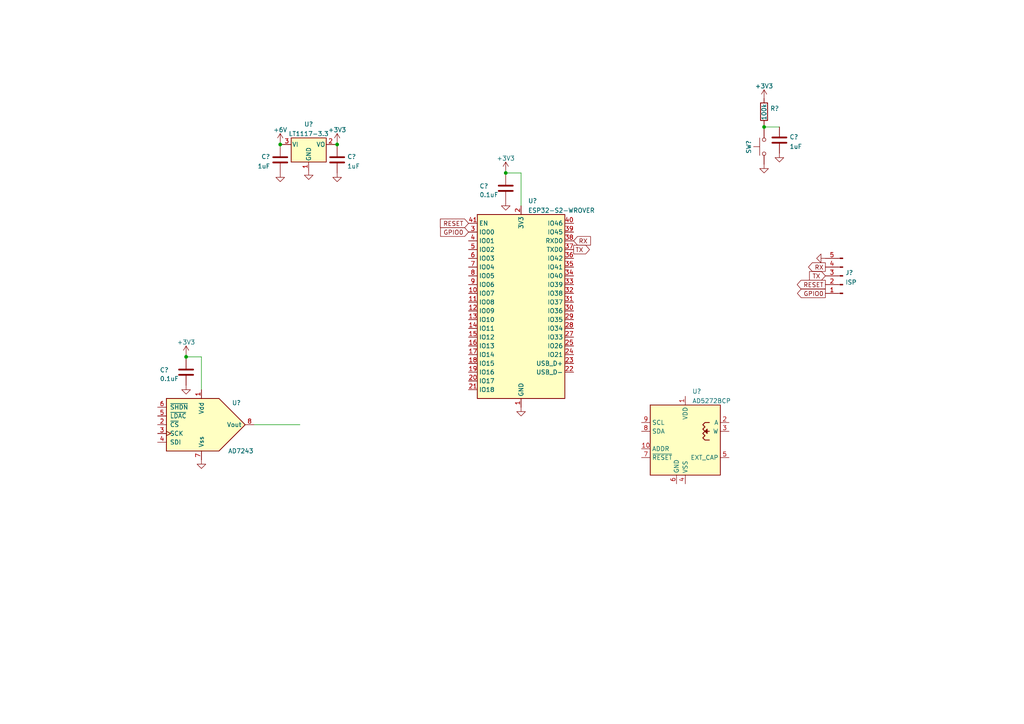
<source format=kicad_sch>
(kicad_sch (version 20211123) (generator eeschema)
  (paper "A4")
  (lib_symbols
    (symbol "Analog_DAC:MCP4821" (pin_names (offset 1.016))
      (property "Reference" "U" (at 1.27 10.795 0))
      (property "Value" "MCP4821" (at 1.27 8.89 0))
      (symbol "MCP4821_0_0"
        (polyline (pts (xy 12.7 0) (xy 5.08 7.62) (xy -10.16 7.62) (xy -10.16 -7.62) (xy 5.08 -7.62) (xy 12.7 0)) (stroke (width 0.254)) (fill (type background)))
      )
      (symbol "MCP4821_1_1"
        (pin power_in line (at 0 10.16 270) (length 2.54) (name "Vdd") (number "1"))
        (pin input line (at -12.7 0 0) (length 2.54) (name "~{CS}") (number "2"))
        (pin input clock (at -12.7 -2.54 0) (length 2.54) (name "SCK") (number "3"))
        (pin input line (at -12.7 -5.08 0) (length 2.54) (name "SDI") (number "4"))
        (pin input line (at -12.7 2.54 0) (length 2.54) (name "~{LDAC}") (number "5"))
        (pin input line (at -12.7 5.08 0) (length 2.54) (name "~{SHDN}") (number "6"))
        (pin power_in line (at 0 -10.16 90) (length 2.54) (name "Vss") (number "7"))
        (pin output line (at 15.24 0 180) (length 2.54) (name "Vout") (number "8"))
      )
    )
    (symbol "Connector:Conn_01x05_Male" (pin_names (offset 1.016) hide)
      (property "Reference" "J" (at 0 7.62 0))
      (property "Value" "Conn_01x05_Male" (at 0 -7.62 0))
      (symbol "Conn_01x05_Male_1_1"
        (polyline (pts (xy 1.27 -5.08) (xy 0.8636 -5.08)) (stroke (width 0.1524)))
        (polyline (pts (xy 1.27 -2.54) (xy 0.8636 -2.54)) (stroke (width 0.1524)))
        (polyline (pts (xy 1.27 0) (xy 0.8636 0)) (stroke (width 0.1524)))
        (polyline (pts (xy 1.27 2.54) (xy 0.8636 2.54)) (stroke (width 0.1524)))
        (polyline (pts (xy 1.27 5.08) (xy 0.8636 5.08)) (stroke (width 0.1524)))
        (rectangle (start 0.8636 -4.953) (end 0 -5.207) (stroke (width 0.1524)) (fill (type outline)))
        (rectangle (start 0.8636 -2.413) (end 0 -2.667) (stroke (width 0.1524)) (fill (type outline)))
        (rectangle (start 0.8636 0.127) (end 0 -0.127) (stroke (width 0.1524)) (fill (type outline)))
        (rectangle (start 0.8636 2.667) (end 0 2.413) (stroke (width 0.1524)) (fill (type outline)))
        (rectangle (start 0.8636 5.207) (end 0 4.953) (stroke (width 0.1524)) (fill (type outline)))
        (pin passive line (at 5.08 5.08 180) (length 3.81) (name "Pin_1") (number "1"))
        (pin passive line (at 5.08 2.54 180) (length 3.81) (name "Pin_2") (number "2"))
        (pin passive line (at 5.08 0 180) (length 3.81) (name "Pin_3") (number "3"))
        (pin passive line (at 5.08 -2.54 180) (length 3.81) (name "Pin_4") (number "4"))
        (pin passive line (at 5.08 -5.08 180) (length 3.81) (name "Pin_5") (number "5"))
      )
    )
    (symbol "Device:C" (pin_numbers hide) (pin_names (offset 0.254))
      (property "Reference" "C" (at 0.635 2.54 0))
      (property "Value" "C" (at 0.635 -2.54 0))
      (symbol "C_0_1"
        (polyline (pts (xy -2.032 -0.762) (xy 2.032 -0.762)) (stroke (width 0.508)))
        (polyline (pts (xy -2.032 0.762) (xy 2.032 0.762)) (stroke (width 0.508)))
      )
      (symbol "C_1_1"
        (pin passive line (at 0 3.81 270) (length 2.794) (name "~") (number "1"))
        (pin passive line (at 0 -3.81 90) (length 2.794) (name "~") (number "2"))
      )
    )
    (symbol "Device:R" (pin_numbers hide) (pin_names (offset 0))
      (property "Reference" "R" (at 2.032 0 90))
      (property "Value" "R" (at 0 0 90))
      (symbol "R_0_1"
        (rectangle (start -1.016 -2.54) (end 1.016 2.54) (stroke (width 0.254)))
      )
      (symbol "R_1_1"
        (pin passive line (at 0 3.81 270) (length 1.27) (name "~") (number "1"))
        (pin passive line (at 0 -3.81 90) (length 1.27) (name "~") (number "2"))
      )
    )
    (symbol "Potentiometer_Digital:AD5272BCP"
      (property "Reference" "U" (at -10.16 11.43 0))
      (property "Value" "AD5272BCP" (at 2.54 11.43 0))
      (symbol "AD5272BCP_0_1"
        (rectangle (start -10.16 10.16) (end 10.16 -10.16) (stroke (width 0.254)) (fill (type background)))
        (polyline (pts (xy 6.985 2.54) (xy 6.35 2.54) (xy 5.715 2.54) (xy 6.35 3.175) (xy 6.35 1.905) (xy 5.715 2.54)) (stroke (width 0.254)) (fill (type outline)))
        (polyline (pts (xy 6.985 5.08) (xy 5.715 5.08) (xy 5.08 4.445) (xy 5.715 3.81) (xy 5.08 3.175) (xy 5.715 2.54) (xy 5.08 1.905) (xy 5.715 1.27) (xy 5.08 0.635) (xy 5.715 0) (xy 6.985 0)) (stroke (width 0.254)))
      )
      (symbol "AD5272BCP_1_1"
        (pin power_in line (at 0 12.7 270) (length 2.54) (name "VDD") (number "1"))
        (pin passive line (at -12.7 -2.54 0) (length 2.54) (name "ADDR") (number "10"))
        (pin passive line (at 0 -12.7 90) (length 2.54) hide (name "VSS") (number "11"))
        (pin passive line (at 12.7 5.08 180) (length 2.54) (name "A") (number "2"))
        (pin passive line (at 12.7 2.54 180) (length 2.54) (name "W") (number "3"))
        (pin power_in line (at 0 -12.7 90) (length 2.54) (name "VSS") (number "4"))
        (pin passive line (at 12.7 -5.08 180) (length 2.54) (name "EXT_CAP") (number "5"))
        (pin power_in line (at -2.54 -12.7 90) (length 2.54) (name "GND") (number "6"))
        (pin input line (at -12.7 -5.08 0) (length 2.54) (name "~{RESET}") (number "7"))
        (pin bidirectional line (at -12.7 2.54 0) (length 2.54) (name "SDA") (number "8"))
        (pin input line (at -12.7 5.08 0) (length 2.54) (name "SCL") (number "9"))
      )
    )
    (symbol "RF_Module:ESP32-S2-WROVER"
      (property "Reference" "U" (at -12.7 29.21 0))
      (property "Value" "ESP32-S2-WROVER" (at 2.54 29.21 0))
      (symbol "ESP32-S2-WROVER_0_1"
        (rectangle (start -12.7 27.94) (end 12.7 -25.4) (stroke (width 0.254)) (fill (type background)))
      )
      (symbol "ESP32-S2-WROVER_1_1"
        (pin power_in line (at 0 -27.94 90) (length 2.54) (name "GND") (number "1"))
        (pin bidirectional line (at -15.24 5.08 0) (length 2.54) (name "IO07") (number "10"))
        (pin bidirectional line (at -15.24 2.54 0) (length 2.54) (name "IO08") (number "11"))
        (pin bidirectional line (at -15.24 0 0) (length 2.54) (name "IO09") (number "12"))
        (pin bidirectional line (at -15.24 -2.54 0) (length 2.54) (name "IO10") (number "13"))
        (pin bidirectional line (at -15.24 -5.08 0) (length 2.54) (name "IO11") (number "14"))
        (pin bidirectional line (at -15.24 -7.62 0) (length 2.54) (name "IO12") (number "15"))
        (pin bidirectional line (at -15.24 -10.16 0) (length 2.54) (name "IO13") (number "16"))
        (pin bidirectional line (at -15.24 -12.7 0) (length 2.54) (name "IO14") (number "17"))
        (pin bidirectional line (at -15.24 -15.24 0) (length 2.54) (name "IO15") (number "18"))
        (pin bidirectional line (at -15.24 -17.78 0) (length 2.54) (name "IO16") (number "19"))
        (pin power_in line (at 0 30.48 270) (length 2.54) (name "3V3") (number "2"))
        (pin bidirectional line (at -15.24 -20.32 0) (length 2.54) (name "IO17") (number "20"))
        (pin bidirectional line (at -15.24 -22.86 0) (length 2.54) (name "IO18") (number "21"))
        (pin bidirectional line (at 15.24 -17.78 180) (length 2.54) (name "USB_D-") (number "22"))
        (pin bidirectional line (at 15.24 -15.24 180) (length 2.54) (name "USB_D+") (number "23"))
        (pin bidirectional line (at 15.24 -12.7 180) (length 2.54) (name "IO21") (number "24"))
        (pin bidirectional line (at 15.24 -10.16 180) (length 2.54) (name "IO26") (number "25"))
        (pin passive line (at 0 -27.94 90) (length 2.54) hide (name "GND") (number "26"))
        (pin bidirectional line (at 15.24 -7.62 180) (length 2.54) (name "IO33") (number "27"))
        (pin bidirectional line (at 15.24 -5.08 180) (length 2.54) (name "IO34") (number "28"))
        (pin bidirectional line (at 15.24 -2.54 180) (length 2.54) (name "IO35") (number "29"))
        (pin bidirectional line (at -15.24 22.86 0) (length 2.54) (name "IO00") (number "3"))
        (pin bidirectional line (at 15.24 0 180) (length 2.54) (name "IO36") (number "30"))
        (pin bidirectional line (at 15.24 2.54 180) (length 2.54) (name "IO37") (number "31"))
        (pin bidirectional line (at 15.24 5.08 180) (length 2.54) (name "IO38") (number "32"))
        (pin bidirectional line (at 15.24 7.62 180) (length 2.54) (name "IO39") (number "33"))
        (pin bidirectional line (at 15.24 10.16 180) (length 2.54) (name "IO40") (number "34"))
        (pin bidirectional line (at 15.24 12.7 180) (length 2.54) (name "IO41") (number "35"))
        (pin bidirectional line (at 15.24 15.24 180) (length 2.54) (name "IO42") (number "36"))
        (pin bidirectional line (at 15.24 17.78 180) (length 2.54) (name "TXD0") (number "37"))
        (pin bidirectional line (at 15.24 20.32 180) (length 2.54) (name "RXD0") (number "38"))
        (pin bidirectional line (at 15.24 22.86 180) (length 2.54) (name "IO45") (number "39"))
        (pin bidirectional line (at -15.24 20.32 0) (length 2.54) (name "IO01") (number "4"))
        (pin input line (at 15.24 25.4 180) (length 2.54) (name "IO46") (number "40"))
        (pin input line (at -15.24 25.4 0) (length 2.54) (name "EN") (number "41"))
        (pin passive line (at 0 -27.94 90) (length 2.54) hide (name "GND") (number "42"))
        (pin passive line (at 0 -27.94 90) (length 2.54) hide (name "GND") (number "43"))
        (pin bidirectional line (at -15.24 17.78 0) (length 2.54) (name "IO02") (number "5"))
        (pin bidirectional line (at -15.24 15.24 0) (length 2.54) (name "IO03") (number "6"))
        (pin bidirectional line (at -15.24 12.7 0) (length 2.54) (name "IO04") (number "7"))
        (pin bidirectional line (at -15.24 10.16 0) (length 2.54) (name "IO05") (number "8"))
        (pin bidirectional line (at -15.24 7.62 0) (length 2.54) (name "IO06") (number "9"))
      )
    )
    (symbol "Regulator_Linear:LT1117-3.3" (pin_names (offset 0.254))
      (property "Reference" "U" (at -3.81 3.175 0))
      (property "Value" "LT1117-3.3" (at 0 3.175 0))
      (symbol "LT1117-3.3_0_1"
        (rectangle (start -5.08 -5.08) (end 5.08 1.905) (stroke (width 0.254)) (fill (type background)))
      )
      (symbol "LT1117-3.3_1_1"
        (pin power_in line (at 0 -7.62 90) (length 2.54) (name "GND") (number "1"))
        (pin power_out line (at 7.62 0 180) (length 2.54) (name "VO") (number "2"))
        (pin power_in line (at -7.62 0 0) (length 2.54) (name "VI") (number "3"))
      )
    )
    (symbol "Switch:SW_Push" (pin_numbers hide) (pin_names (offset 1.016) hide)
      (property "Reference" "SW" (at 1.27 2.54 0))
      (property "Value" "SW_Push" (at 0 -1.524 0))
      (symbol "SW_Push_0_1"
        (circle (center -2.032 0) (radius 0.508))
        (polyline (pts (xy 0 1.27) (xy 0 3.048)))
        (polyline (pts (xy 2.54 1.27) (xy -2.54 1.27)))
        (circle (center 2.032 0) (radius 0.508))
        (pin passive line (at -5.08 0 0) (length 2.54) (name "1") (number "1"))
        (pin passive line (at 5.08 0 180) (length 2.54) (name "2") (number "2"))
      )
    )
    (symbol "power:+3.3V" (power) (pin_names (offset 0))
      (property "Value" "+3.3V" (at 0 3.556 0))
      (symbol "+3.3V_0_1"
        (polyline (pts (xy -0.762 1.27) (xy 0 2.54)))
        (polyline (pts (xy 0 0) (xy 0 2.54)))
        (polyline (pts (xy 0 2.54) (xy 0.762 1.27)))
      )
      (symbol "+3.3V_1_1"
        (pin power_in line (at 0 0 90) (length 0) hide (name "+3V3") (number "1"))
      )
    )
    (symbol "power:+6V" (power) (pin_names (offset 0))
      (property "Value" "+6V" (at 0 3.556 0))
      (symbol "+6V_0_1"
        (polyline (pts (xy -0.762 1.27) (xy 0 2.54)))
        (polyline (pts (xy 0 0) (xy 0 2.54)))
        (polyline (pts (xy 0 2.54) (xy 0.762 1.27)))
      )
      (symbol "+6V_1_1"
        (pin power_in line (at 0 0 90) (length 0) hide (name "+6V") (number "1"))
      )
    )
    (symbol "power:GND" (power) (pin_names (offset 0))
      (property "Value" "GND" (at 0 -3.81 0))
      (symbol "GND_0_1"
        (polyline (pts (xy 0 0) (xy 0 -1.27) (xy 1.27 -1.27) (xy 0 -2.54) (xy -1.27 -1.27) (xy 0 -1.27)))
      )
      (symbol "GND_1_1"
        (pin power_in line (at 0 0 270) (length 0) hide (name "GND") (number "1"))
      )
    )
  )
  (junction (at 53.975 103.505))
  (junction (at 221.615 36.83))
  (junction (at 146.685 50.165))
  (junction (at 97.79 41.91))
  (junction (at 81.28 41.91))
  (wire (pts (xy 151.13 50.165) (xy 151.13 59.69)))
  (wire (pts (xy 97.79 41.275) (xy 97.79 41.91)))
  (wire (pts (xy 221.615 36.83) (xy 226.06 36.83)))
  (wire (pts (xy 53.975 102.87) (xy 53.975 103.505)))
  (wire (pts (xy 58.42 103.505) (xy 58.42 113.03)))
  (wire (pts (xy 81.915 41.91) (xy 81.28 41.91)))
  (wire (pts (xy 146.685 50.165) (xy 146.685 50.8)))
  (wire (pts (xy 97.155 41.91) (xy 97.79 41.91)))
  (wire (pts (xy 146.685 49.53) (xy 146.685 50.165)))
  (wire (pts (xy 221.615 36.195) (xy 221.615 36.83)))
  (wire (pts (xy 81.28 41.275) (xy 81.28 41.91)))
  (wire (pts (xy 73.66 123.19) (xy 86.995 123.19)))
  (wire (pts (xy 53.975 103.505) (xy 53.975 104.14)))
  (wire (pts (xy 53.975 103.505) (xy 58.42 103.505)))
  (wire (pts (xy 97.79 41.91) (xy 97.79 42.545)))
  (wire (pts (xy 81.28 41.91) (xy 81.28 42.545)))
  (wire (pts (xy 146.685 50.165) (xy 151.13 50.165)))
  (wire (pts (xy 221.615 36.83) (xy 221.615 37.465)))
  (global_label "TX" (shape output) (at 166.37 72.39 0) (property "Intersheet References" "${INTERSHEET_REFS}" (effects hide)))
  (global_label "TX" (shape input) (at 239.395 80.01 180) (property "Intersheet References" "${INTERSHEET_REFS}" (effects hide)))
  (global_label "RX" (shape output) (at 239.395 77.47 180) (property "Intersheet References" "${INTERSHEET_REFS}" (effects hide)))
  (global_label "RX" (shape input) (at 166.37 69.85 0) (property "Intersheet References" "${INTERSHEET_REFS}" (effects hide)))
  (global_label "GPIO0" (shape input) (at 135.89 67.31 180) (property "Intersheet References" "${INTERSHEET_REFS}" (effects hide)))
  (global_label "GPIO0" (shape output) (at 239.395 85.09 180) (property "Intersheet References" "${INTERSHEET_REFS}" (effects hide)))
  (global_label "RESET" (shape input) (at 135.89 64.77 180) (property "Intersheet References" "${INTERSHEET_REFS}" (effects hide)))
  (global_label "RESET" (shape output) (at 239.395 82.55 180) (property "Intersheet References" "${INTERSHEET_REFS}" (effects hide)))
  (symbol (lib_id "Regulator_Linear:LT1117-3.3") (at 89.535 41.91 0) (unit 1)
    (property "Reference" "U?" (at 89.535 36.0385 0))
    (property "Value" "LT1117-3.3" (at 89.535 38.8136 0))
    (property "Datasheet" "https://www.analog.com/media/en/technical-documentation/data-sheets/1117fd.pdf" (effects hide))
  )
  (symbol (lib_id "power:GND") (at 221.615 47.625 0) (unit 1)
    (property "Reference" "#PWR?" (effects hide))
    (property "Value" "GND" (effects hide))
  )
  (symbol (lib_id "power:GND") (at 146.685 58.42 0) (mirror y) (unit 1)
    (property "Reference" "#PWR?" (effects hide))
    (property "Value" "GND" (effects hide))
  )
  (symbol (lib_id "Device:C") (at 226.06 40.64 0) (unit 1)
    (property "Reference" "C?" (at 228.981 39.7315 0) (effects (justify left)))
    (property "Value" "1uF" (at 228.981 42.5066 0) (effects (justify left)))
  )
  (symbol (lib_id "Connector:Conn_01x05_Male") (at 244.475 80.01 180) (unit 1)
    (property "Reference" "J?" (at 245.1862 79.1015 0) (effects (justify right)))
    (property "Value" "ISP" (at 245.1862 81.8766 0) (effects (justify right)))
  )
  (symbol (lib_id "power:GND") (at 53.975 111.76 0) (mirror y) (unit 1)
    (property "Reference" "#PWR?" (effects hide))
    (property "Value" "GND" (effects hide))
  )
  (symbol (lib_id "power:GND") (at 58.42 133.35 0) (unit 1)
    (property "Reference" "#PWR?" (effects hide))
    (property "Value" "GND" (effects hide))
  )
  (symbol (lib_id "power:GND") (at 151.13 118.11 0) (unit 1)
    (property "Reference" "#PWR?" (effects hide))
    (property "Value" "GND" (effects hide))
  )
  (symbol (lib_id "power:GND") (at 97.79 50.165 0) (unit 1)
    (property "Reference" "#PWR?" (effects hide))
    (property "Value" "GND" (effects hide))
  )
  (symbol (lib_id "Potentiometer_Digital:AD5272BCP") (at 198.755 127.635 0) (unit 1)
    (property "Reference" "U?" (at 200.7744 113.5085 0) (effects (justify left)))
    (property "Value" "AD5272BCP" (at 200.7744 116.2836 0) (effects (justify left)))
    (property "Footprint" "Package_CSP:LFCSP-WD-10-1EP_3x3mm_P0.5mm_EP1.64x2.38mm" (effects hide))
    (property "Datasheet" "https://www.analog.com/media/en/technical-documentation/data-sheets/AD5272_5274.pdf" (effects hide))
  )
  (symbol (lib_id "Switch:SW_Push") (at 221.615 42.545 90) (unit 1)
    (property "Reference" "SW?" (at 217.17 40.64 0) (effects (justify right)))
    (property "Value" "SW_Push" (effects hide))
  )
  (symbol (lib_id "Device:C") (at 81.28 46.355 0) (mirror x) (unit 1)
    (property "Reference" "C?" (at 78.3591 45.4465 0) (effects (justify right)))
    (property "Value" "1uF" (at 78.3591 48.2216 0) (effects (justify right)))
  )
  (symbol (lib_id "RF_Module:ESP32-S2-WROVER") (at 151.13 90.17 0) (unit 1)
    (property "Reference" "U?" (at 153.1494 58.2635 0) (effects (justify left)))
    (property "Value" "ESP32-S2-WROVER" (at 153.1494 61.0386 0) (effects (justify left)))
    (property "Footprint" "RF_Module:ESP32-S2-WROVER" (effects hide))
    (property "Datasheet" "https://www.espressif.com/sites/default/files/documentation/esp32-s2-wroom_esp32-s2-wroom-i_datasheet_en.pdf" (effects hide))
  )
  (symbol (lib_id "power:GND") (at 81.28 50.165 0) (unit 1)
    (property "Reference" "#PWR?" (effects hide))
    (property "Value" "GND" (effects hide))
  )
  (symbol (lib_id "power:GND") (at 89.535 49.53 0) (unit 1)
    (property "Reference" "#PWR?" (effects hide))
    (property "Value" "GND" (effects hide))
  )
  (symbol (lib_id "power:+3.3V") (at 53.975 102.87 0) (unit 1)
    (property "Reference" "#PWR?" (effects hide))
    (property "Value" "+3.3V" (at 53.975 99.2655 0))
  )
  (symbol (lib_id "Device:C") (at 97.79 46.355 0) (unit 1)
    (property "Reference" "C?" (at 100.711 45.4465 0) (effects (justify left)))
    (property "Value" "1uF" (at 100.711 48.2216 0) (effects (justify left)))
  )
  (symbol (lib_id "power:+3.3V") (at 146.685 49.53 0) (unit 1)
    (property "Reference" "#PWR?" (effects hide))
    (property "Value" "+3.3V" (at 146.685 45.9255 0))
  )
  (symbol (lib_id "Device:C") (at 146.685 54.61 0) (unit 1)
    (property "Reference" "C?" (at 139.065 53.975 0) (effects (justify left)))
    (property "Value" "0.1uF" (at 139.065 56.515 0) (effects (justify left)))
  )
  (symbol (lib_id "Device:R") (at 221.615 32.385 0) (unit 1)
    (property "Reference" "R?" (at 223.393 31.4765 0) (effects (justify left)))
    (property "Value" "100k" (at 221.615 34.925 90) (effects (justify left)))
  )
  (symbol (lib_id "Analog_DAC:MCP4821") (at 58.42 123.19 0) (unit 1)
    (property "Reference" "U?" (at 68.58 116.84 0))
    (property "Value" "AD7243" (at 69.85 130.81 0))
    (property "Datasheet" "http://ww1.microchip.com/downloads/en/DeviceDoc/22244B.pdf" (effects hide))
  )
  (symbol (lib_id "power:+3.3V") (at 97.79 41.275 0) (unit 1)
    (property "Reference" "#PWR?" (effects hide))
    (property "Value" "+3.3V" (at 97.79 37.6705 0))
  )
  (symbol (lib_id "power:GND") (at 226.06 44.45 0) (unit 1)
    (property "Reference" "#PWR?" (effects hide))
    (property "Value" "GND" (effects hide))
  )
  (symbol (lib_id "power:+3.3V") (at 221.615 28.575 0) (unit 1)
    (property "Reference" "#PWR?" (effects hide))
    (property "Value" "+3.3V" (at 221.615 24.9705 0))
  )
  (symbol (lib_id "Device:C") (at 53.975 107.95 0) (unit 1)
    (property "Reference" "C?" (at 46.355 107.315 0) (effects (justify left)))
    (property "Value" "0.1uF" (at 46.355 109.855 0) (effects (justify left)))
  )
  (symbol (lib_id "power:GND") (at 239.395 74.93 270) (unit 1)
    (property "Reference" "#PWR?" (effects hide))
    (property "Value" "GND" (effects hide))
  )
  (symbol (lib_id "power:+6V") (at 81.28 41.275 0) (unit 1)
    (property "Reference" "#PWR?" (effects hide))
    (property "Value" "+6V" (at 81.28 37.6705 0))
  )
)
</source>
